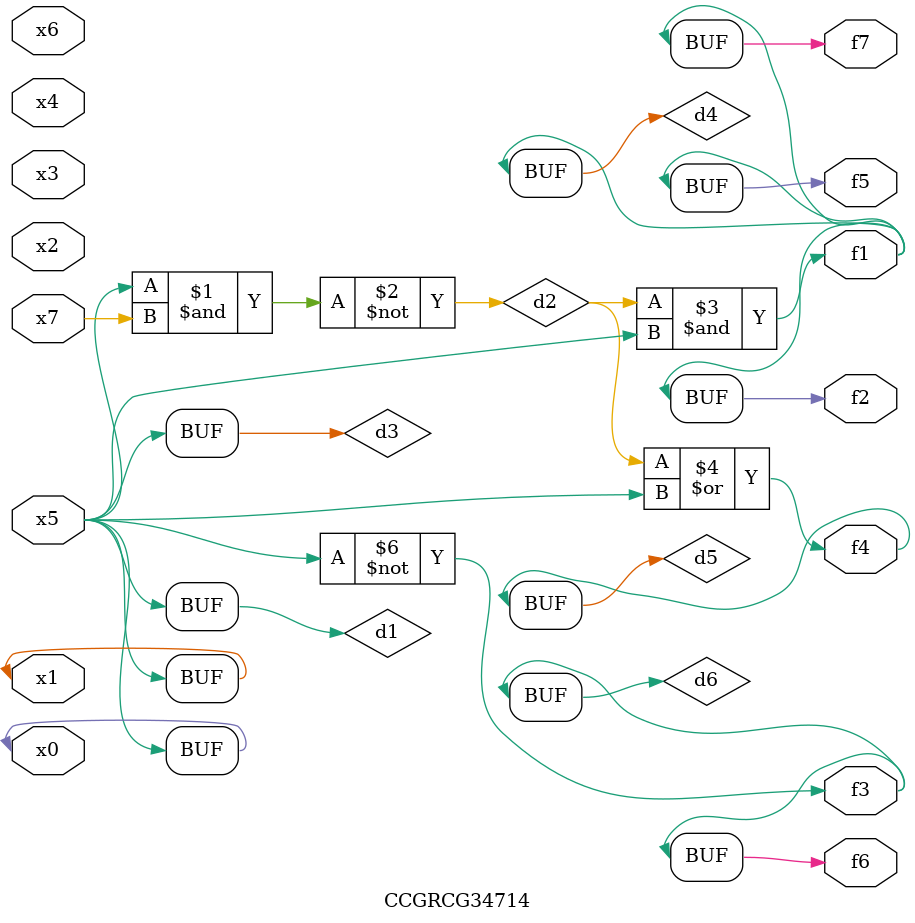
<source format=v>
module CCGRCG34714(
	input x0, x1, x2, x3, x4, x5, x6, x7,
	output f1, f2, f3, f4, f5, f6, f7
);

	wire d1, d2, d3, d4, d5, d6;

	buf (d1, x0, x5);
	nand (d2, x5, x7);
	buf (d3, x0, x1);
	and (d4, d2, d3);
	or (d5, d2, d3);
	nor (d6, d1, d3);
	assign f1 = d4;
	assign f2 = d4;
	assign f3 = d6;
	assign f4 = d5;
	assign f5 = d4;
	assign f6 = d6;
	assign f7 = d4;
endmodule

</source>
